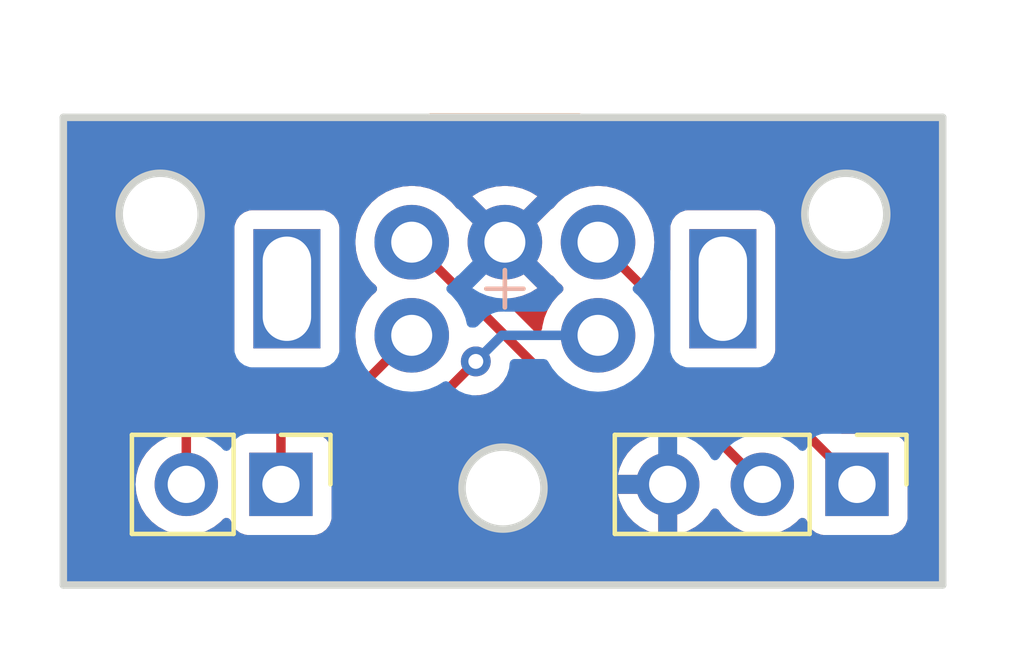
<source format=kicad_pcb>
(kicad_pcb (version 20221018) (generator pcbnew)
  (layers (0 "F.Cu" signal) (31 "B.Cu" signal) (34 "B.Paste" user) (35 "F.Paste" user) (36 "B.SilkS" user "B.Silkscreen") (37 "F.SilkS" user "F.Silkscreen") (38 "B.Mask" user) (39 "F.Mask" user) (44 "Edge.Cuts" user))
  (net 0 "")
  (net 1 "/SW99A")
  (net 2 "GND")
  (net 3 "ENCB")
  (net 4 "ENCA")
  (net 5 "/SW99B")
  (footprint "Keyboard:RotaryEncoder_EC11-Switch_Horizontal_H15mm" (layer "F.Cu") (at 189.050001 99.820001 90)
    (fp_text reference "SWA13" hide)
    (fp_text value "Rotary_Encoder_Switch")
    (fp_line (start 0 0.5) (end 0 -0.5) (stroke (width 0.12)) (layer "B.SilkS"))
    (fp_line (start 0.5 0) (end -0.5 0) (stroke (width 0.12)) (layer "B.SilkS"))
    (fp_line (start 4.65 -2) (end 4.65 2) (stroke (width 0.12)) (layer "B.SilkS"))
    (fp_line (start 0 0.5) (end 0 -0.5) (stroke (width 0.12)) (layer "F.SilkS"))
    (fp_line (start 0.5 0) (end -0.5 0) (stroke (width 0.12)) (layer "F.SilkS"))
    (fp_line (start 4.65 -2) (end 4.65 2) (stroke (width 0.12)) (layer "F.SilkS"))
    (pad "A" thru_hole circle (at 1.25 2.5 270) (size 2 2) (drill 1.1) (layers "*.Cu" "*.Mask") (net 4 "ENCA"))
    (pad "B" thru_hole circle (at 1.25 -2.5 270) (size 2 2) (drill 1.1) (layers "*.Cu" "*.Mask") (net 3 "ENCB"))
    (pad "C" thru_hole circle (at 1.25 0 270) (size 2 2) (drill 1.1) (layers "*.Cu" "*.Mask") (net 2 "GND"))
    (pad "MP" thru_hole rect (at 0 -5.85 270) (size 3.2 1.8) (drill oval 2.8 1.3) (layers "*.Cu" "*.Mask"))
    (pad "MP" thru_hole rect (at 0 5.85 270) (size 3.2 1.8) (drill oval 2.8 1.3) (layers "*.Cu" "*.Mask"))
    (pad "S1" thru_hole circle (at -1.25 -2.5 270) (size 2 2) (drill 1.1) (layers "*.Cu" "*.Mask") (net 5 "/SW99B"))
    (pad "S2" thru_hole circle (at -1.25 2.5 270) (size 2 2) (drill 1.1) (layers "*.Cu" "*.Mask") (net 1 "/SW99A"))
  )
  (footprint "Keyboard:PinHeader_1x02_P2.54mm_Vertical" (layer "F.Cu") (at 183.040003 105.070001 -90)
    (fp_text reference "J2" hide)
    (fp_text value "Conn_01x02")
    (fp_line (start -1.33 -1.33) (end 0 -1.33) (stroke (width 0.12)) (layer "F.SilkS"))
    (fp_line (start -1.33 0) (end -1.33 -1.33) (stroke (width 0.12)) (layer "F.SilkS"))
    (fp_line (start -1.33 1.27) (end -1.33 4) (stroke (width 0.12)) (layer "F.SilkS"))
    (fp_line (start -1.33 1.27) (end 1.33 1.27) (stroke (width 0.12)) (layer "F.SilkS"))
    (fp_line (start -1.33 4) (end 1.33 4) (stroke (width 0.12)) (layer "F.SilkS"))
    (fp_line (start 1.33 1.27) (end 1.33 4) (stroke (width 0.12)) (layer "F.SilkS"))
    (pad "1" thru_hole rect (at 0 0 270) (size 1.7 1.7) (drill 1) (layers "*.Cu" "*.Mask") (net 1 "/SW99A"))
    (pad "2" thru_hole oval (at 0 2.54 270) (size 1.7 1.7) (drill 1) (layers "*.Cu" "*.Mask") (net 5 "/SW99B"))
  )
  (footprint "Keyboard:PinHeader_1x03_P2.54mm_Vertical" (layer "F.Cu") (at 198.5 105.07 -90)
    (fp_text reference "J1" hide)
    (fp_text value "Conn_01x03")
    (fp_line (start -1.33 -1.33) (end 0 -1.33) (stroke (width 0.12)) (layer "F.SilkS"))
    (fp_line (start -1.33 0) (end -1.33 -1.33) (stroke (width 0.12)) (layer "F.SilkS"))
    (fp_line (start -1.33 1.27) (end -1.33 6.5) (stroke (width 0.12)) (layer "F.SilkS"))
    (fp_line (start -1.33 1.27) (end 1.33 1.27) (stroke (width 0.12)) (layer "F.SilkS"))
    (fp_line (start -1.33 6.5) (end 1.33 6.5) (stroke (width 0.12)) (layer "F.SilkS"))
    (fp_line (start 1.33 1.27) (end 1.33 6.5) (stroke (width 0.12)) (layer "F.SilkS"))
    (pad "1" thru_hole rect (at 0 0 270) (size 1.7 1.7) (drill 1) (layers "*.Cu" "*.Mask") (net 4 "ENCA"))
    (pad "2" thru_hole oval (at 0 2.54 270) (size 1.7 1.7) (drill 1) (layers "*.Cu" "*.Mask") (net 3 "ENCB"))
    (pad "3" thru_hole oval (at 0 5.08 270) (size 1.7 1.7) (drill 1) (layers "*.Cu" "*.Mask") (net 2 "GND"))
  )
  (gr_circle (center 189.000002 105.170001) (end 190.100001 105.170001) (stroke (width 0.2)) (fill none) (layer "Edge.Cuts"))
  (gr_line (start 200.800001 107.770001) (end 200.800001 95.22) (stroke (width 0.2)) (layer "Edge.Cuts"))
  (gr_circle (center 179.800002 97.820001) (end 180.900002 97.820001) (stroke (width 0.2)) (fill none) (layer "Edge.Cuts"))
  (gr_line (start 177.200001 107.770001) (end 200.800001 107.770001) (stroke (width 0.2)) (layer "Edge.Cuts"))
  (gr_circle (center 198.2 97.820001) (end 199.300001 97.820001) (stroke (width 0.2)) (fill none) (layer "Edge.Cuts"))
  (gr_line (start 177.2 95.220002) (end 177.200001 107.770001) (stroke (width 0.2)) (layer "Edge.Cuts"))
  (gr_line (start 200.800001 95.22) (end 177.2 95.220002) (stroke (width 0.2)) (layer "Edge.Cuts"))
  (segment (start 183.040003 103.699997) (end 183.51 103.23) (width 0.254) (layer "F.Cu") (net 1))
  (segment (start 187.24 102.8) (end 188.27 101.77) (width 0.254) (layer "F.Cu") (net 1))
  (segment (start 183.040003 105.070001) (end 183.040003 103.699997) (width 0.254) (layer "F.Cu") (net 1))
  (segment (start 183.51 103.23) (end 183.94 102.8) (width 0.254) (layer "F.Cu") (net 1))
  (segment (start 185.51 102.8) (end 187.24 102.8) (width 0.254) (layer "F.Cu") (net 1))
  (segment (start 183.94 102.8) (end 185.51 102.8) (width 0.254) (layer "F.Cu") (net 1))
  (via (at 188.27 101.77) (size 0.8) (drill 0.4) (layers "F.Cu" "B.Cu") (net 1))
  (segment (start 188.27 101.77) (end 188.969999 101.070001) (width 0.254) (layer "B.Cu") (net 1))
  (segment (start 188.969999 101.070001) (end 191.550001 101.070001) (width 0.254) (layer "B.Cu") (net 1))
  (segment (start 190.96 102.98) (end 193.87 102.98) (width 0.254) (layer "F.Cu") (net 3))
  (segment (start 186.550001 98.570001) (end 190.96 102.98) (width 0.254) (layer "F.Cu") (net 3))
  (segment (start 193.87 102.98) (end 195.96 105.07) (width 0.254) (layer "F.Cu") (net 3))
  (segment (start 194.03 102.52) (end 195.95 102.52) (width 0.254) (layer "F.Cu") (net 4))
  (segment (start 191.550001 98.570001) (end 193.28 100.3) (width 0.254) (layer "F.Cu") (net 4))
  (segment (start 193.28 101.77) (end 194.03 102.52) (width 0.254) (layer "F.Cu") (net 4))
  (segment (start 193.28 100.3) (end 193.28 101.77) (width 0.254) (layer "F.Cu") (net 4))
  (segment (start 195.95 102.52) (end 198.5 105.07) (width 0.254) (layer "F.Cu") (net 4))
  (segment (start 180.500003 103.619997) (end 181.88 102.24) (width 0.254) (layer "F.Cu") (net 5))
  (segment (start 181.88 102.24) (end 185.380002 102.24) (width 0.254) (layer "F.Cu") (net 5))
  (segment (start 180.500003 105.070001) (end 180.500003 103.619997) (width 0.254) (layer "F.Cu") (net 5))
  (segment (start 185.380002 102.24) (end 186.550001 101.070001) (width 0.254) (layer "F.Cu") (net 5))
  (zone (net 2) (net_name "GND") (layer "F.Cu") (connect_pads (clearance 0.508)) (min_thickness 0.254) (fill yes (thermal_gap 0.508) (thermal_bridge_width 0.508))
    (polygon (pts (xy 203 109.57) (xy 175.5 109.57) (xy 175.5 92.07) (xy 203 92.07)))
  )
  (zone (net 2) (net_name "GND") (layer "B.Cu") (connect_pads (clearance 0.508)) (min_thickness 0.254) (fill yes (thermal_gap 0.508) (thermal_bridge_width 0.508))
    (polygon (pts (xy 203 109.57) (xy 175.5 109.57) (xy 175.5 92.07) (xy 203 92.07)))
  )
)
</source>
